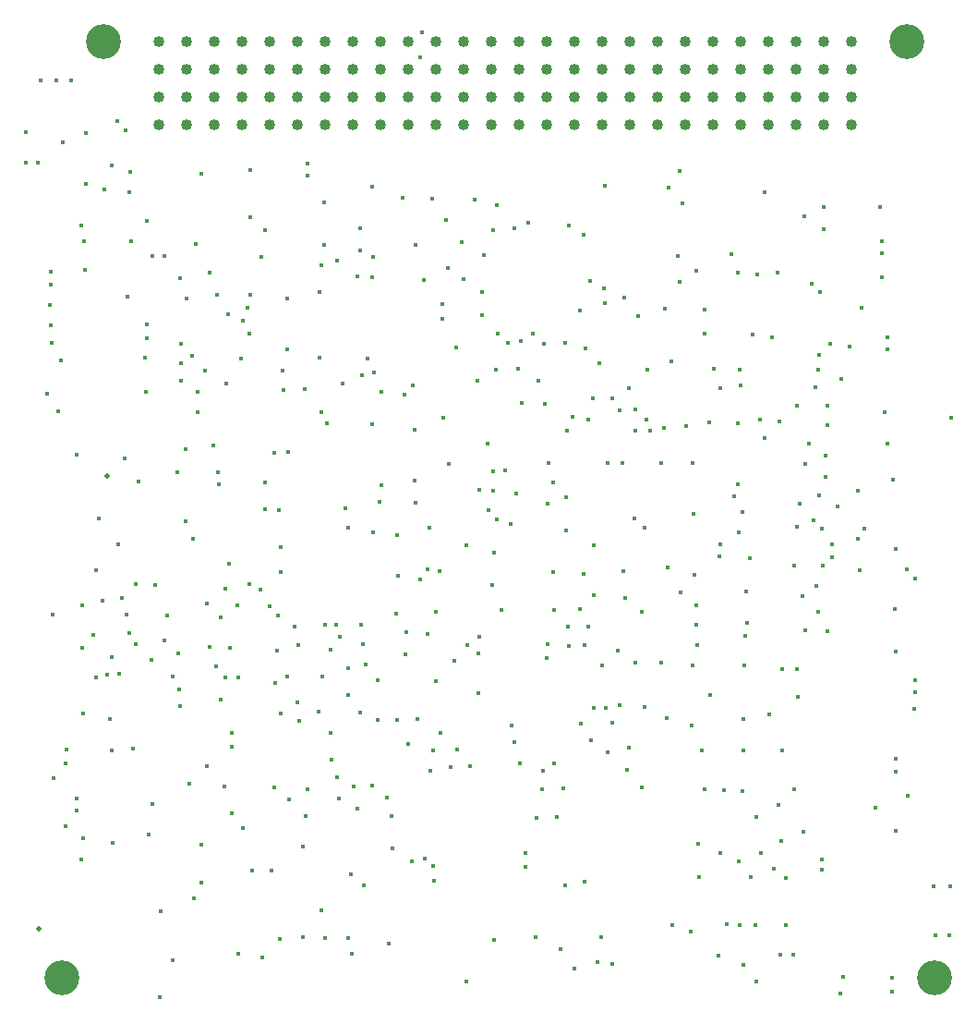
<source format=gbr>
%TF.GenerationSoftware,KiCad,Pcbnew,6.0.7-f9a2dced07~116~ubuntu20.04.1*%
%TF.CreationDate,2022-10-11T04:26:59+03:00*%
%TF.ProjectId,obc-adcs-board,6f62632d-6164-4637-932d-626f6172642e,rev?*%
%TF.SameCoordinates,PX3e2df80PY83e4a60*%
%TF.FileFunction,Plated,1,8,PTH,Drill*%
%TF.FilePolarity,Positive*%
%FSLAX46Y46*%
G04 Gerber Fmt 4.6, Leading zero omitted, Abs format (unit mm)*
G04 Created by KiCad (PCBNEW 6.0.7-f9a2dced07~116~ubuntu20.04.1) date 2022-10-11 04:26:59*
%MOMM*%
%LPD*%
G01*
G04 APERTURE LIST*
%TA.AperFunction,ViaDrill*%
%ADD10C,0.400000*%
%TD*%
%TA.AperFunction,ComponentDrill*%
%ADD11C,0.500000*%
%TD*%
%TA.AperFunction,ComponentDrill*%
%ADD12C,1.020000*%
%TD*%
%TA.AperFunction,ComponentDrill*%
%ADD13C,3.200000*%
%TD*%
G04 APERTURE END LIST*
D10*
X1800000Y82700000D03*
X1850000Y79900000D03*
X2950000Y79900000D03*
X3200000Y87400000D03*
X3800000Y58700000D03*
X4000000Y66800000D03*
X4100000Y69900000D03*
X4100000Y68700000D03*
X4100000Y65000000D03*
X4200000Y63400000D03*
X4252345Y38500000D03*
X4410000Y23520000D03*
X4600000Y87400000D03*
X4786638Y57093772D03*
X5050000Y61750000D03*
X5200000Y81700000D03*
X5440000Y24880000D03*
X5440000Y19060000D03*
X5540500Y26100000D03*
X6000000Y87400000D03*
X6500000Y53100000D03*
X6500000Y20500000D03*
X6510000Y21630000D03*
X6875394Y74124606D03*
X6900000Y16000000D03*
X7000000Y39300000D03*
X7000000Y35400000D03*
X7100000Y29400000D03*
X7100000Y18000000D03*
X7200000Y72700000D03*
X7240000Y70070000D03*
X7300000Y82600000D03*
X7300000Y77900000D03*
X8000000Y36600000D03*
X8300000Y42500000D03*
X8300000Y32700000D03*
X8500000Y47300000D03*
X8850000Y39750000D03*
X9000000Y77400000D03*
X9300000Y32950000D03*
X9500000Y28900000D03*
X9700000Y79600000D03*
X9700000Y34600000D03*
X9700000Y26000000D03*
X9800000Y17600000D03*
X10211091Y83658909D03*
X10300000Y44900000D03*
X10400000Y33050000D03*
X10675000Y40000000D03*
X10900000Y52800000D03*
X10988909Y82881091D03*
X11100000Y38500000D03*
X11190000Y67560000D03*
X11300000Y77175500D03*
X11300000Y36800000D03*
X11370000Y79060000D03*
X11450000Y72650000D03*
X11700000Y26200000D03*
X11900000Y41300000D03*
X11900000Y35800000D03*
X12200000Y50700000D03*
X12800000Y62000000D03*
X12862299Y58862299D03*
X12910498Y74524500D03*
X12950000Y65100000D03*
X12950000Y63750000D03*
X13100000Y18300000D03*
X13386732Y34315109D03*
X13400000Y21100000D03*
X13450000Y71304998D03*
X13700000Y41200000D03*
X14100000Y3400000D03*
X14200000Y11300000D03*
X14500000Y36100000D03*
X14550000Y71304998D03*
X14800000Y38400000D03*
X15273056Y32773056D03*
X15300000Y6800000D03*
X15750000Y51550000D03*
X15800000Y34900000D03*
X15900000Y31600000D03*
X15975980Y30075517D03*
X16000000Y69300000D03*
X16074000Y63300000D03*
X16100000Y61500000D03*
X16100000Y59900000D03*
X16500000Y53650000D03*
X16500000Y47000000D03*
X16600000Y67400000D03*
X16800000Y23000000D03*
X17100000Y62200000D03*
X17200000Y45400000D03*
X17250000Y12500000D03*
X17400000Y72400000D03*
X17600000Y58900000D03*
X17600000Y57000000D03*
X17900000Y78900000D03*
X17900000Y13950000D03*
X17950000Y17400000D03*
X18250000Y60800000D03*
X18400000Y39500000D03*
X18400000Y24600000D03*
X18675500Y69800000D03*
X18700000Y35500000D03*
X19000000Y54000000D03*
X19300000Y33750000D03*
X19400000Y67800000D03*
X19450000Y51500000D03*
X19500000Y50400000D03*
X19700000Y38200000D03*
X19700000Y30700000D03*
X20000000Y22700000D03*
X20100000Y40850000D03*
X20150000Y32700000D03*
X20199500Y59600000D03*
X20400000Y66000000D03*
X20450000Y43100000D03*
X20550000Y35430000D03*
X20700000Y27600000D03*
X20700000Y26400000D03*
X20700000Y20300000D03*
X21200000Y39350000D03*
X21350000Y32700000D03*
X21350000Y7400000D03*
X21537701Y61937701D03*
X21700000Y18900000D03*
X21740000Y65430000D03*
X22150000Y66575000D03*
X22300000Y64225000D03*
X22300000Y41300000D03*
X22375500Y67800000D03*
X22400000Y79200000D03*
X22400000Y74900000D03*
X22550000Y15050000D03*
X23336186Y40776577D03*
X23400000Y71200000D03*
X23500000Y7100000D03*
X23800000Y73700000D03*
X23800000Y50600000D03*
X23800000Y48100000D03*
X24200000Y39275500D03*
X24400000Y15000000D03*
X24600000Y53300000D03*
X24600000Y22600000D03*
X24700000Y32224500D03*
X24900000Y35200000D03*
X24970104Y38375431D03*
X25000000Y48000000D03*
X25126944Y8773056D03*
X25187701Y44687701D03*
X25200000Y42400000D03*
X25200000Y29400000D03*
X25400000Y60800000D03*
X25450000Y59010000D03*
X25800000Y67470000D03*
X25800000Y62800000D03*
X25800000Y32800000D03*
X25875431Y53399971D03*
X26000000Y21500000D03*
X26450000Y37400000D03*
X26700000Y30450000D03*
X26850000Y35650000D03*
X26900000Y28700000D03*
X27200000Y17200000D03*
X27200000Y8900000D03*
X27400000Y59100000D03*
X27500000Y20000000D03*
X27700000Y79750500D03*
X27700000Y78650500D03*
X27700000Y22500000D03*
X28634668Y29565332D03*
X28800000Y68000000D03*
X28800000Y62000000D03*
X28900000Y70499500D03*
X28900000Y11400000D03*
X28920000Y56990000D03*
X29000000Y32800000D03*
X29150000Y76250000D03*
X29150000Y72350000D03*
X29250000Y37550000D03*
X29300000Y8800000D03*
X29400000Y56000000D03*
X29775500Y35249989D03*
X29800000Y27650000D03*
X29900000Y25200000D03*
X30250000Y37500000D03*
X30350000Y23550000D03*
X30400000Y70900000D03*
X30500000Y21600000D03*
X30600000Y36400000D03*
X30900000Y59600000D03*
X31100000Y48200000D03*
X31375500Y33550000D03*
X31400000Y46400000D03*
X31400000Y31100000D03*
X31400000Y8800000D03*
X31600000Y14700000D03*
X31700000Y7400000D03*
X31900000Y22700000D03*
X32200000Y69450000D03*
X32200000Y20700000D03*
X32500000Y73900000D03*
X32500000Y71800000D03*
X32500000Y29500000D03*
X32550000Y37550000D03*
X32650000Y60400000D03*
X32700000Y35800000D03*
X32800000Y13700000D03*
X33009668Y33940332D03*
X33200000Y61900000D03*
X33550000Y77700000D03*
X33550000Y69400000D03*
X33600000Y55900000D03*
X33600000Y22800000D03*
X33675500Y46000000D03*
X33700000Y71249511D03*
X33723056Y60676944D03*
X34100000Y32500000D03*
X34100000Y28800000D03*
X34250000Y48800000D03*
X34400000Y58900000D03*
X34400000Y50350000D03*
X34900000Y21700000D03*
X35150000Y8300000D03*
X35400000Y20000000D03*
X35450000Y17050000D03*
X35800000Y38600000D03*
X35850000Y45750000D03*
X35900000Y28800000D03*
X36000000Y42000000D03*
X36400000Y76700000D03*
X36550000Y58600000D03*
X36600000Y34800000D03*
X36702141Y36857492D03*
X36900000Y26600000D03*
X37200000Y15900000D03*
X37300000Y59500000D03*
X37500000Y55400000D03*
X37500000Y50750000D03*
X37550000Y48700000D03*
X37600008Y72300000D03*
X37700000Y28900000D03*
X37950000Y41724500D03*
X38000000Y89500000D03*
X38150000Y91850000D03*
X38350000Y69100000D03*
X38400000Y16150000D03*
X38674500Y42600000D03*
X38700000Y36700000D03*
X38800000Y46400000D03*
X38900000Y24150000D03*
X39100000Y76600000D03*
X39150000Y15450000D03*
X39200000Y26050000D03*
X39250000Y14050000D03*
X39420000Y32380000D03*
X39450000Y38750000D03*
X39800000Y42449000D03*
X39887877Y27669050D03*
X40000000Y66900000D03*
X40000000Y65589500D03*
X40100000Y56500000D03*
X40400000Y74600000D03*
X40500000Y70200000D03*
X40600000Y52300000D03*
X40750000Y24500000D03*
X41100000Y34200000D03*
X41300000Y62950000D03*
X41400000Y26150000D03*
X41800000Y72600000D03*
X42000000Y69200000D03*
X42200000Y44800000D03*
X42200000Y4900000D03*
X42300000Y35700000D03*
X42550000Y24600000D03*
X43000000Y76500000D03*
X43250000Y59925000D03*
X43300000Y31300000D03*
X43366241Y34898540D03*
X43373809Y36404080D03*
X43411765Y49939356D03*
X43700000Y68000000D03*
X43700000Y65900000D03*
X43800000Y71400000D03*
X44200000Y54100000D03*
X44230000Y48000000D03*
X44600000Y41200000D03*
X44700000Y73700000D03*
X44710000Y51560000D03*
X44710000Y49800000D03*
X44800000Y44125500D03*
X44800000Y8700000D03*
X44900000Y60900000D03*
X45000000Y76000000D03*
X45000000Y47200000D03*
X45100000Y64200000D03*
X45449500Y38925500D03*
X45803305Y51672096D03*
X46000000Y63400000D03*
X46280000Y46754500D03*
X46350000Y28324500D03*
X46600000Y26800000D03*
X46650000Y73900000D03*
X46800000Y49599500D03*
X47004429Y60955706D03*
X47100000Y24800000D03*
X47200000Y63500000D03*
X47298620Y57825500D03*
X47600000Y16600000D03*
X47600000Y15400000D03*
X47900000Y74400000D03*
X48300000Y64200000D03*
X48550000Y8900000D03*
X48700000Y19826944D03*
X48800000Y59900000D03*
X49200000Y22500000D03*
X49250000Y24174500D03*
X49350000Y63250000D03*
X49400000Y57800000D03*
X49600000Y34500000D03*
X49700000Y48600000D03*
X49700000Y35800000D03*
X49800011Y52350000D03*
X50172201Y50544249D03*
X50200000Y42350000D03*
X50254992Y38855008D03*
X50300000Y24850000D03*
X50500000Y19900000D03*
X50900000Y7800000D03*
X51100000Y22550000D03*
X51250000Y13700000D03*
X51300000Y63400000D03*
X51390000Y49199989D03*
X51400000Y46200000D03*
X51450000Y55350000D03*
X51500000Y37400000D03*
X51600000Y35600000D03*
X51650000Y74100000D03*
X52000000Y56550000D03*
X52100000Y6050000D03*
X52600000Y66300000D03*
X52600000Y39000000D03*
X52720273Y28469773D03*
X52950000Y73250000D03*
X53000000Y42200000D03*
X53040000Y13980000D03*
X53100000Y35700000D03*
X53150000Y62850000D03*
X53400000Y56350000D03*
X53400000Y37400000D03*
X53600000Y69025500D03*
X53650000Y26975500D03*
X53800000Y58300000D03*
X53900000Y44800000D03*
X53900000Y40275500D03*
X53900000Y29900000D03*
X54260000Y6670000D03*
X54400000Y61500000D03*
X54600000Y8900000D03*
X54650000Y33850000D03*
X54800000Y68400000D03*
X54900000Y77800000D03*
X54900000Y67000000D03*
X55000000Y29900000D03*
X55150000Y52400000D03*
X55150000Y25850000D03*
X55571636Y6503924D03*
X55600000Y58250000D03*
X55600000Y28600000D03*
X56100000Y35200000D03*
X56250000Y57150000D03*
X56300000Y30200000D03*
X56503904Y52400000D03*
X56600000Y42450000D03*
X56700000Y67500000D03*
X56800000Y40000000D03*
X56950000Y24250000D03*
X57100000Y59200000D03*
X57100000Y26250000D03*
X57600000Y47300000D03*
X57700000Y55300000D03*
X57700000Y34100000D03*
X57750000Y57250000D03*
X58000000Y65800000D03*
X58300000Y38700000D03*
X58300000Y22600000D03*
X58600000Y46400000D03*
X58600000Y30000000D03*
X58700000Y56350000D03*
X58800000Y60900000D03*
X59050000Y55300000D03*
X60087299Y34087299D03*
X60100000Y52400000D03*
X60300000Y55600000D03*
X60400000Y66500000D03*
X60598056Y29001944D03*
X60700000Y42800000D03*
X60800000Y77600000D03*
X61000000Y61700000D03*
X61100000Y10000000D03*
X61600000Y71300000D03*
X61800000Y79150000D03*
X61800000Y68974500D03*
X61900000Y40500000D03*
X62050000Y76150000D03*
X62387701Y55712299D03*
X62800000Y9400000D03*
X62900000Y28300000D03*
X62950000Y52400000D03*
X62950000Y33800000D03*
X63050000Y47675500D03*
X63100000Y42100000D03*
X63300000Y70000000D03*
X63300000Y39300000D03*
X63300000Y37500000D03*
X63350000Y35650000D03*
X63500000Y17500000D03*
X63600000Y14400000D03*
X63800000Y26000000D03*
X64100000Y66400000D03*
X64100000Y64200000D03*
X64100000Y22500000D03*
X64500000Y56100000D03*
X64600000Y31100000D03*
X64900000Y61000000D03*
X65350000Y7200000D03*
X65400000Y43800000D03*
X65500000Y59200000D03*
X65500000Y44950000D03*
X65500000Y16600000D03*
X65831600Y22356199D03*
X66100000Y10100000D03*
X66500000Y71500000D03*
X66750000Y49350000D03*
X67100000Y69800000D03*
X67100000Y56000000D03*
X67150000Y50450000D03*
X67200000Y46050000D03*
X67200000Y15850000D03*
X67300000Y60900000D03*
X67300000Y10000000D03*
X67400000Y59500000D03*
X67500000Y22300000D03*
X67550000Y47900000D03*
X67600000Y28900000D03*
X67600000Y26000000D03*
X67600000Y6350000D03*
X67687701Y33787701D03*
X67800000Y36500000D03*
X67900000Y40600000D03*
X68000000Y37700000D03*
X68200000Y43600000D03*
X68300000Y14400000D03*
X68496928Y64136036D03*
X68700000Y10000000D03*
X68800000Y19900000D03*
X68800000Y4850000D03*
X68900000Y69600000D03*
X69150000Y56300000D03*
X69200000Y16600000D03*
X69600000Y77200000D03*
X69600000Y54649500D03*
X70000000Y29300000D03*
X70250000Y63900000D03*
X70400000Y15200000D03*
X70750000Y69800000D03*
X70800000Y21000000D03*
X70950000Y56200000D03*
X71000000Y7300000D03*
X71100000Y17700000D03*
X71200000Y33500000D03*
X71200000Y26000000D03*
X71500000Y14350000D03*
X71500000Y10000000D03*
X72200000Y7350000D03*
X72300000Y43000000D03*
X72300000Y22500000D03*
X72500000Y46500000D03*
X72500000Y33438030D03*
X72550000Y57650000D03*
X72600000Y30900000D03*
X72800000Y48600000D03*
X73050000Y40200000D03*
X73100000Y18600000D03*
X73200000Y75000000D03*
X73300000Y52300000D03*
X73303571Y37000000D03*
X73600000Y54100000D03*
X73875055Y68797621D03*
X74100000Y47100000D03*
X74222701Y59300000D03*
X74350000Y41100000D03*
X74500000Y60950000D03*
X74500000Y38700000D03*
X74550000Y62250000D03*
X74600000Y49400000D03*
X74652873Y68019803D03*
X74800000Y16000000D03*
X74800000Y15100000D03*
X74850000Y46350000D03*
X74900000Y42950000D03*
X74950000Y75800000D03*
X75000000Y73800000D03*
X75200000Y53000000D03*
X75200000Y51100000D03*
X75300000Y55850000D03*
X75350000Y57650000D03*
X75350000Y36950000D03*
X75550000Y63250000D03*
X75775500Y44900000D03*
X75775500Y43700000D03*
X76300000Y48400000D03*
X76475000Y3800000D03*
X76600000Y60100000D03*
X76775000Y5300000D03*
X77400000Y63000000D03*
X78100000Y49800000D03*
X78100000Y45400000D03*
X78274500Y42500000D03*
X78450000Y66550000D03*
X78729735Y46347576D03*
X79750000Y20740000D03*
X80124500Y75800000D03*
X80300000Y69350000D03*
X80325998Y72700000D03*
X80325998Y71600000D03*
X80550000Y57000000D03*
X80800000Y54100000D03*
X80849000Y63900000D03*
X80849000Y62800000D03*
X81275000Y5200000D03*
X81275000Y3900000D03*
X81324500Y50800000D03*
X81549312Y38950688D03*
X81600000Y44500000D03*
X81600000Y35100000D03*
X81600000Y25300000D03*
X81600000Y24110000D03*
X81600000Y18700000D03*
X82627462Y42588909D03*
X82700000Y21900000D03*
X83300000Y29800000D03*
X83337163Y32450000D03*
X83337163Y31350000D03*
X83405280Y41811091D03*
X85100000Y13600000D03*
X85200000Y9100000D03*
X86500000Y9100000D03*
X86600000Y13600000D03*
X86700000Y56500000D03*
D11*
%TO.C,J10*%
X3000000Y9700000D03*
%TO.C,J18*%
X9300000Y51200000D03*
D12*
%TO.C,J2*%
X14048000Y90929000D03*
X14048000Y88389000D03*
%TO.C,J1*%
X14048000Y85849000D03*
X14048000Y83309000D03*
%TO.C,J2*%
X16588000Y90929000D03*
X16588000Y88389000D03*
%TO.C,J1*%
X16588000Y85849000D03*
X16588000Y83309000D03*
%TO.C,J2*%
X19128000Y90929000D03*
X19128000Y88389000D03*
%TO.C,J1*%
X19128000Y85849000D03*
X19128000Y83309000D03*
%TO.C,J2*%
X21668000Y90929000D03*
X21668000Y88389000D03*
%TO.C,J1*%
X21668000Y85849000D03*
X21668000Y83309000D03*
%TO.C,J2*%
X24208000Y90929000D03*
X24208000Y88389000D03*
%TO.C,J1*%
X24208000Y85849000D03*
X24208000Y83309000D03*
%TO.C,J2*%
X26748000Y90929000D03*
X26748000Y88389000D03*
%TO.C,J1*%
X26748000Y85849000D03*
X26748000Y83309000D03*
%TO.C,J2*%
X29288000Y90929000D03*
X29288000Y88389000D03*
%TO.C,J1*%
X29288000Y85849000D03*
X29288000Y83309000D03*
%TO.C,J2*%
X31828000Y90929000D03*
X31828000Y88389000D03*
%TO.C,J1*%
X31828000Y85849000D03*
X31828000Y83309000D03*
%TO.C,J2*%
X34368000Y90929000D03*
X34368000Y88389000D03*
%TO.C,J1*%
X34368000Y85849000D03*
X34368000Y83309000D03*
%TO.C,J2*%
X36908000Y90929000D03*
X36908000Y88389000D03*
%TO.C,J1*%
X36908000Y85849000D03*
X36908000Y83309000D03*
%TO.C,J2*%
X39448000Y90929000D03*
X39448000Y88389000D03*
%TO.C,J1*%
X39448000Y85849000D03*
X39448000Y83309000D03*
%TO.C,J2*%
X41988000Y90929000D03*
X41988000Y88389000D03*
%TO.C,J1*%
X41988000Y85849000D03*
X41988000Y83309000D03*
%TO.C,J2*%
X44528000Y90929000D03*
X44528000Y88389000D03*
%TO.C,J1*%
X44528000Y85849000D03*
X44528000Y83309000D03*
%TO.C,J2*%
X47068000Y90929000D03*
X47068000Y88389000D03*
%TO.C,J1*%
X47068000Y85849000D03*
X47068000Y83309000D03*
%TO.C,J2*%
X49608000Y90929000D03*
X49608000Y88389000D03*
%TO.C,J1*%
X49608000Y85849000D03*
X49608000Y83309000D03*
%TO.C,J2*%
X52148000Y90929000D03*
X52148000Y88389000D03*
%TO.C,J1*%
X52148000Y85849000D03*
X52148000Y83309000D03*
%TO.C,J2*%
X54688000Y90929000D03*
X54688000Y88389000D03*
%TO.C,J1*%
X54688000Y85849000D03*
X54688000Y83309000D03*
%TO.C,J2*%
X57228000Y90929000D03*
X57228000Y88389000D03*
%TO.C,J1*%
X57228000Y85849000D03*
X57228000Y83309000D03*
%TO.C,J2*%
X59768000Y90929000D03*
X59768000Y88389000D03*
%TO.C,J1*%
X59768000Y85849000D03*
X59768000Y83309000D03*
%TO.C,J2*%
X62308000Y90929000D03*
X62308000Y88389000D03*
%TO.C,J1*%
X62308000Y85849000D03*
X62308000Y83309000D03*
%TO.C,J2*%
X64848000Y90929000D03*
X64848000Y88389000D03*
%TO.C,J1*%
X64848000Y85849000D03*
X64848000Y83309000D03*
%TO.C,J2*%
X67388000Y90929000D03*
X67388000Y88389000D03*
%TO.C,J1*%
X67388000Y85849000D03*
X67388000Y83309000D03*
%TO.C,J2*%
X69928000Y90929000D03*
X69928000Y88389000D03*
%TO.C,J1*%
X69928000Y85849000D03*
X69928000Y83309000D03*
%TO.C,J2*%
X72468000Y90929000D03*
X72468000Y88389000D03*
%TO.C,J1*%
X72468000Y85849000D03*
X72468000Y83309000D03*
%TO.C,J2*%
X75008000Y90929000D03*
X75008000Y88389000D03*
%TO.C,J1*%
X75008000Y85849000D03*
X75008000Y83309000D03*
%TO.C,J2*%
X77548000Y90929000D03*
X77548000Y88389000D03*
%TO.C,J1*%
X77548000Y85849000D03*
X77548000Y83309000D03*
D13*
%TO.C,H3*%
X5180000Y5190000D03*
%TO.C,H1*%
X8990000Y90930000D03*
%TO.C,H2*%
X82630000Y90930000D03*
%TO.C,H4*%
X85170000Y5210000D03*
M02*

</source>
